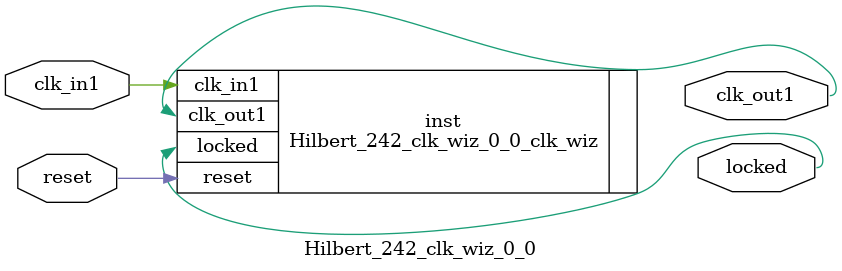
<source format=v>


`timescale 1ps/1ps

(* CORE_GENERATION_INFO = "Hilbert_242_clk_wiz_0_0,clk_wiz_v6_0_15_0_0,{component_name=Hilbert_242_clk_wiz_0_0,use_phase_alignment=true,use_min_o_jitter=false,use_max_i_jitter=false,use_dyn_phase_shift=false,use_inclk_switchover=false,use_dyn_reconfig=false,enable_axi=0,feedback_source=FDBK_AUTO,PRIMITIVE=MMCM,num_out_clk=1,clkin1_period=8.000,clkin2_period=10.000,use_power_down=false,use_reset=true,use_locked=true,use_inclk_stopped=false,feedback_type=SINGLE,CLOCK_MGR_TYPE=NA,manual_override=false}" *)

module Hilbert_242_clk_wiz_0_0 
 (
  // Clock out ports
  output        clk_out1,
  // Status and control signals
  input         reset,
  output        locked,
 // Clock in ports
  input         clk_in1
 );

  Hilbert_242_clk_wiz_0_0_clk_wiz inst
  (
  // Clock out ports  
  .clk_out1(clk_out1),
  // Status and control signals               
  .reset(reset), 
  .locked(locked),
 // Clock in ports
  .clk_in1(clk_in1)
  );

endmodule

</source>
